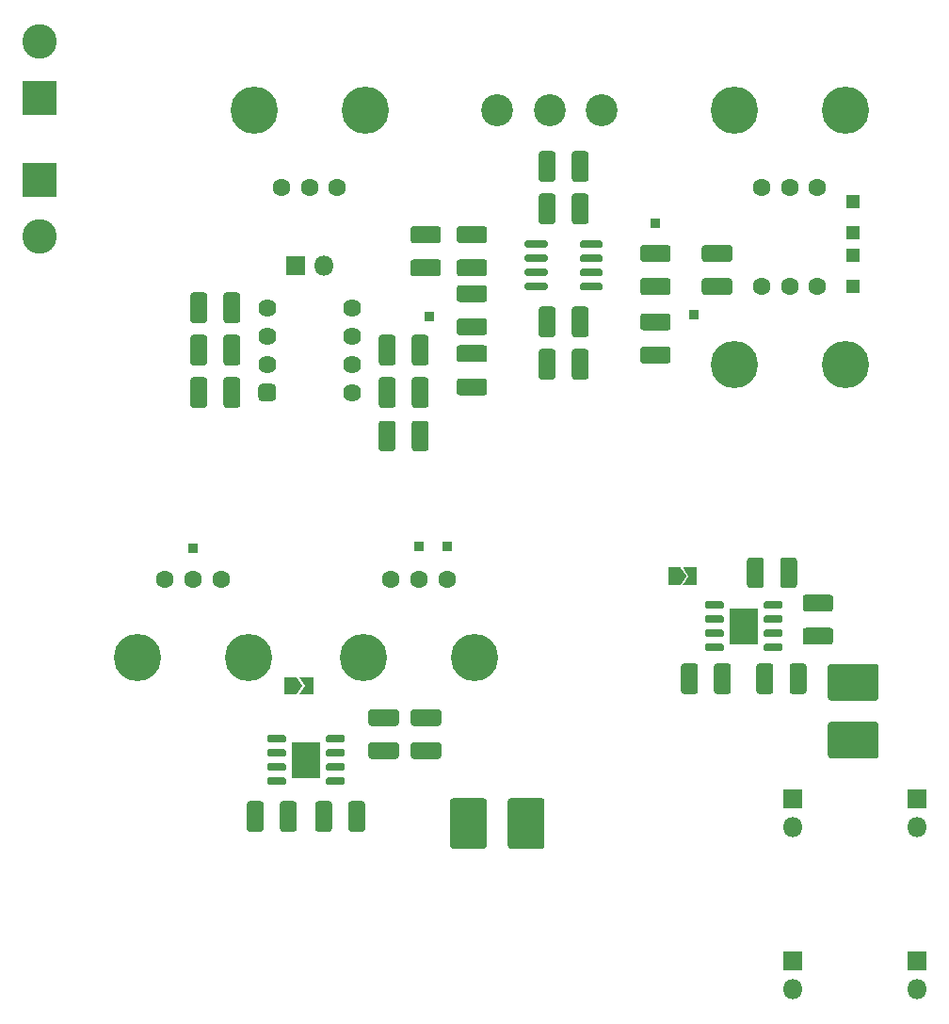
<source format=gts>
%TF.GenerationSoftware,KiCad,Pcbnew,(5.1.6)-1*%
%TF.CreationDate,2021-04-21T19:08:55-07:00*%
%TF.ProjectId,oscillator,6f736369-6c6c-4617-946f-722e6b696361,rev?*%
%TF.SameCoordinates,Original*%
%TF.FileFunction,Soldermask,Top*%
%TF.FilePolarity,Negative*%
%FSLAX46Y46*%
G04 Gerber Fmt 4.6, Leading zero omitted, Abs format (unit mm)*
G04 Created by KiCad (PCBNEW (5.1.6)-1) date 2021-04-21 19:08:55*
%MOMM*%
%LPD*%
G01*
G04 APERTURE LIST*
%ADD10R,1.200000X1.200000*%
%ADD11C,3.100000*%
%ADD12R,3.100000X3.100000*%
%ADD13O,1.800000X1.800000*%
%ADD14R,1.800000X1.800000*%
%ADD15C,1.600000*%
%ADD16C,4.249000*%
%ADD17C,1.624000*%
%ADD18C,2.875000*%
%ADD19R,2.614000X3.300000*%
%ADD20C,0.100000*%
%ADD21R,0.950000X0.950000*%
G04 APERTURE END LIST*
%TO.C,C1*%
G36*
G01*
X21027500Y62392544D02*
X21027500Y64607456D01*
G75*
G02*
X21295044Y64875000I267544J0D01*
G01*
X22284956Y64875000D01*
G75*
G02*
X22552500Y64607456I0J-267544D01*
G01*
X22552500Y62392544D01*
G75*
G02*
X22284956Y62125000I-267544J0D01*
G01*
X21295044Y62125000D01*
G75*
G02*
X21027500Y62392544I0J267544D01*
G01*
G37*
G36*
G01*
X24002500Y62392544D02*
X24002500Y64607456D01*
G75*
G02*
X24270044Y64875000I267544J0D01*
G01*
X25259956Y64875000D01*
G75*
G02*
X25527500Y64607456I0J-267544D01*
G01*
X25527500Y62392544D01*
G75*
G02*
X25259956Y62125000I-267544J0D01*
G01*
X24270044Y62125000D01*
G75*
G02*
X24002500Y62392544I0J267544D01*
G01*
G37*
%TD*%
%TO.C,C2*%
G36*
G01*
X24002500Y66202544D02*
X24002500Y68417456D01*
G75*
G02*
X24270044Y68685000I267544J0D01*
G01*
X25259956Y68685000D01*
G75*
G02*
X25527500Y68417456I0J-267544D01*
G01*
X25527500Y66202544D01*
G75*
G02*
X25259956Y65935000I-267544J0D01*
G01*
X24270044Y65935000D01*
G75*
G02*
X24002500Y66202544I0J267544D01*
G01*
G37*
G36*
G01*
X21027500Y66202544D02*
X21027500Y68417456D01*
G75*
G02*
X21295044Y68685000I267544J0D01*
G01*
X22284956Y68685000D01*
G75*
G02*
X22552500Y68417456I0J-267544D01*
G01*
X22552500Y66202544D01*
G75*
G02*
X22284956Y65935000I-267544J0D01*
G01*
X21295044Y65935000D01*
G75*
G02*
X21027500Y66202544I0J267544D01*
G01*
G37*
%TD*%
%TO.C,C3*%
G36*
G01*
X56860000Y84927456D02*
X56860000Y82712544D01*
G75*
G02*
X56592456Y82445000I-267544J0D01*
G01*
X55602544Y82445000D01*
G75*
G02*
X55335000Y82712544I0J267544D01*
G01*
X55335000Y84927456D01*
G75*
G02*
X55602544Y85195000I267544J0D01*
G01*
X56592456Y85195000D01*
G75*
G02*
X56860000Y84927456I0J-267544D01*
G01*
G37*
G36*
G01*
X53885000Y84927456D02*
X53885000Y82712544D01*
G75*
G02*
X53617456Y82445000I-267544J0D01*
G01*
X52627544Y82445000D01*
G75*
G02*
X52360000Y82712544I0J267544D01*
G01*
X52360000Y84927456D01*
G75*
G02*
X52627544Y85195000I267544J0D01*
G01*
X53617456Y85195000D01*
G75*
G02*
X53885000Y84927456I0J-267544D01*
G01*
G37*
%TD*%
%TO.C,C4*%
G36*
G01*
X56860000Y67147456D02*
X56860000Y64932544D01*
G75*
G02*
X56592456Y64665000I-267544J0D01*
G01*
X55602544Y64665000D01*
G75*
G02*
X55335000Y64932544I0J267544D01*
G01*
X55335000Y67147456D01*
G75*
G02*
X55602544Y67415000I267544J0D01*
G01*
X56592456Y67415000D01*
G75*
G02*
X56860000Y67147456I0J-267544D01*
G01*
G37*
G36*
G01*
X53885000Y67147456D02*
X53885000Y64932544D01*
G75*
G02*
X53617456Y64665000I-267544J0D01*
G01*
X52627544Y64665000D01*
G75*
G02*
X52360000Y64932544I0J267544D01*
G01*
X52360000Y67147456D01*
G75*
G02*
X52627544Y67415000I267544J0D01*
G01*
X53617456Y67415000D01*
G75*
G02*
X53885000Y67147456I0J-267544D01*
G01*
G37*
%TD*%
%TO.C,C5*%
G36*
G01*
X21027500Y70012544D02*
X21027500Y72227456D01*
G75*
G02*
X21295044Y72495000I267544J0D01*
G01*
X22284956Y72495000D01*
G75*
G02*
X22552500Y72227456I0J-267544D01*
G01*
X22552500Y70012544D01*
G75*
G02*
X22284956Y69745000I-267544J0D01*
G01*
X21295044Y69745000D01*
G75*
G02*
X21027500Y70012544I0J267544D01*
G01*
G37*
G36*
G01*
X24002500Y70012544D02*
X24002500Y72227456D01*
G75*
G02*
X24270044Y72495000I267544J0D01*
G01*
X25259956Y72495000D01*
G75*
G02*
X25527500Y72227456I0J-267544D01*
G01*
X25527500Y70012544D01*
G75*
G02*
X25259956Y69745000I-267544J0D01*
G01*
X24270044Y69745000D01*
G75*
G02*
X24002500Y70012544I0J267544D01*
G01*
G37*
%TD*%
%TO.C,C6*%
G36*
G01*
X72617500Y48414956D02*
X72617500Y46200044D01*
G75*
G02*
X72349956Y45932500I-267544J0D01*
G01*
X71360044Y45932500D01*
G75*
G02*
X71092500Y46200044I0J267544D01*
G01*
X71092500Y48414956D01*
G75*
G02*
X71360044Y48682500I267544J0D01*
G01*
X72349956Y48682500D01*
G75*
G02*
X72617500Y48414956I0J-267544D01*
G01*
G37*
G36*
G01*
X75592500Y48414956D02*
X75592500Y46200044D01*
G75*
G02*
X75324956Y45932500I-267544J0D01*
G01*
X74335044Y45932500D01*
G75*
G02*
X74067500Y46200044I0J267544D01*
G01*
X74067500Y48414956D01*
G75*
G02*
X74335044Y48682500I267544J0D01*
G01*
X75324956Y48682500D01*
G75*
G02*
X75592500Y48414956I0J-267544D01*
G01*
G37*
%TD*%
%TO.C,C7*%
G36*
G01*
X68135000Y36675044D02*
X68135000Y38889956D01*
G75*
G02*
X68402544Y39157500I267544J0D01*
G01*
X69392456Y39157500D01*
G75*
G02*
X69660000Y38889956I0J-267544D01*
G01*
X69660000Y36675044D01*
G75*
G02*
X69392456Y36407500I-267544J0D01*
G01*
X68402544Y36407500D01*
G75*
G02*
X68135000Y36675044I0J267544D01*
G01*
G37*
G36*
G01*
X65160000Y36675044D02*
X65160000Y38889956D01*
G75*
G02*
X65427544Y39157500I267544J0D01*
G01*
X66417456Y39157500D01*
G75*
G02*
X66685000Y38889956I0J-267544D01*
G01*
X66685000Y36675044D01*
G75*
G02*
X66417456Y36407500I-267544J0D01*
G01*
X65427544Y36407500D01*
G75*
G02*
X65160000Y36675044I0J267544D01*
G01*
G37*
%TD*%
%TO.C,C8*%
G36*
G01*
X39497500Y64607456D02*
X39497500Y62392544D01*
G75*
G02*
X39229956Y62125000I-267544J0D01*
G01*
X38240044Y62125000D01*
G75*
G02*
X37972500Y62392544I0J267544D01*
G01*
X37972500Y64607456D01*
G75*
G02*
X38240044Y64875000I267544J0D01*
G01*
X39229956Y64875000D01*
G75*
G02*
X39497500Y64607456I0J-267544D01*
G01*
G37*
G36*
G01*
X42472500Y64607456D02*
X42472500Y62392544D01*
G75*
G02*
X42204956Y62125000I-267544J0D01*
G01*
X41215044Y62125000D01*
G75*
G02*
X40947500Y62392544I0J267544D01*
G01*
X40947500Y64607456D01*
G75*
G02*
X41215044Y64875000I267544J0D01*
G01*
X42204956Y64875000D01*
G75*
G02*
X42472500Y64607456I0J-267544D01*
G01*
G37*
%TD*%
%TO.C,C9*%
G36*
G01*
X42472500Y68417456D02*
X42472500Y66202544D01*
G75*
G02*
X42204956Y65935000I-267544J0D01*
G01*
X41215044Y65935000D01*
G75*
G02*
X40947500Y66202544I0J267544D01*
G01*
X40947500Y68417456D01*
G75*
G02*
X41215044Y68685000I267544J0D01*
G01*
X42204956Y68685000D01*
G75*
G02*
X42472500Y68417456I0J-267544D01*
G01*
G37*
G36*
G01*
X39497500Y68417456D02*
X39497500Y66202544D01*
G75*
G02*
X39229956Y65935000I-267544J0D01*
G01*
X38240044Y65935000D01*
G75*
G02*
X37972500Y66202544I0J267544D01*
G01*
X37972500Y68417456D01*
G75*
G02*
X38240044Y68685000I267544J0D01*
G01*
X39229956Y68685000D01*
G75*
G02*
X39497500Y68417456I0J-267544D01*
G01*
G37*
%TD*%
%TO.C,C10*%
G36*
G01*
X43334956Y30552500D02*
X41120044Y30552500D01*
G75*
G02*
X40852500Y30820044I0J267544D01*
G01*
X40852500Y31809956D01*
G75*
G02*
X41120044Y32077500I267544J0D01*
G01*
X43334956Y32077500D01*
G75*
G02*
X43602500Y31809956I0J-267544D01*
G01*
X43602500Y30820044D01*
G75*
G02*
X43334956Y30552500I-267544J0D01*
G01*
G37*
G36*
G01*
X43334956Y33527500D02*
X41120044Y33527500D01*
G75*
G02*
X40852500Y33795044I0J267544D01*
G01*
X40852500Y34784956D01*
G75*
G02*
X41120044Y35052500I267544J0D01*
G01*
X43334956Y35052500D01*
G75*
G02*
X43602500Y34784956I0J-267544D01*
G01*
X43602500Y33795044D01*
G75*
G02*
X43334956Y33527500I-267544J0D01*
G01*
G37*
%TD*%
%TO.C,C11*%
G36*
G01*
X36757500Y26507456D02*
X36757500Y24292544D01*
G75*
G02*
X36489956Y24025000I-267544J0D01*
G01*
X35500044Y24025000D01*
G75*
G02*
X35232500Y24292544I0J267544D01*
G01*
X35232500Y26507456D01*
G75*
G02*
X35500044Y26775000I267544J0D01*
G01*
X36489956Y26775000D01*
G75*
G02*
X36757500Y26507456I0J-267544D01*
G01*
G37*
G36*
G01*
X33782500Y26507456D02*
X33782500Y24292544D01*
G75*
G02*
X33514956Y24025000I-267544J0D01*
G01*
X32525044Y24025000D01*
G75*
G02*
X32257500Y24292544I0J267544D01*
G01*
X32257500Y26507456D01*
G75*
G02*
X32525044Y26775000I267544J0D01*
G01*
X33514956Y26775000D01*
G75*
G02*
X33782500Y26507456I0J-267544D01*
G01*
G37*
%TD*%
%TO.C,C12*%
G36*
G01*
X56860000Y81117456D02*
X56860000Y78902544D01*
G75*
G02*
X56592456Y78635000I-267544J0D01*
G01*
X55602544Y78635000D01*
G75*
G02*
X55335000Y78902544I0J267544D01*
G01*
X55335000Y81117456D01*
G75*
G02*
X55602544Y81385000I267544J0D01*
G01*
X56592456Y81385000D01*
G75*
G02*
X56860000Y81117456I0J-267544D01*
G01*
G37*
G36*
G01*
X53885000Y81117456D02*
X53885000Y78902544D01*
G75*
G02*
X53617456Y78635000I-267544J0D01*
G01*
X52627544Y78635000D01*
G75*
G02*
X52360000Y78902544I0J267544D01*
G01*
X52360000Y81117456D01*
G75*
G02*
X52627544Y81385000I267544J0D01*
G01*
X53617456Y81385000D01*
G75*
G02*
X53885000Y81117456I0J-267544D01*
G01*
G37*
%TD*%
%TO.C,C13*%
G36*
G01*
X56860000Y70957456D02*
X56860000Y68742544D01*
G75*
G02*
X56592456Y68475000I-267544J0D01*
G01*
X55602544Y68475000D01*
G75*
G02*
X55335000Y68742544I0J267544D01*
G01*
X55335000Y70957456D01*
G75*
G02*
X55602544Y71225000I267544J0D01*
G01*
X56592456Y71225000D01*
G75*
G02*
X56860000Y70957456I0J-267544D01*
G01*
G37*
G36*
G01*
X53885000Y70957456D02*
X53885000Y68742544D01*
G75*
G02*
X53617456Y68475000I-267544J0D01*
G01*
X52627544Y68475000D01*
G75*
G02*
X52360000Y68742544I0J267544D01*
G01*
X52360000Y70957456D01*
G75*
G02*
X52627544Y71225000I267544J0D01*
G01*
X53617456Y71225000D01*
G75*
G02*
X53885000Y70957456I0J-267544D01*
G01*
G37*
%TD*%
%TO.C,C14*%
G36*
G01*
X76362544Y42355000D02*
X78577456Y42355000D01*
G75*
G02*
X78845000Y42087456I0J-267544D01*
G01*
X78845000Y41097544D01*
G75*
G02*
X78577456Y40830000I-267544J0D01*
G01*
X76362544Y40830000D01*
G75*
G02*
X76095000Y41097544I0J267544D01*
G01*
X76095000Y42087456D01*
G75*
G02*
X76362544Y42355000I267544J0D01*
G01*
G37*
G36*
G01*
X76362544Y45330000D02*
X78577456Y45330000D01*
G75*
G02*
X78845000Y45062456I0J-267544D01*
G01*
X78845000Y44072544D01*
G75*
G02*
X78577456Y43805000I-267544J0D01*
G01*
X76362544Y43805000D01*
G75*
G02*
X76095000Y44072544I0J267544D01*
G01*
X76095000Y45062456D01*
G75*
G02*
X76362544Y45330000I267544J0D01*
G01*
G37*
%TD*%
%TO.C,C15*%
G36*
G01*
X73470000Y38889956D02*
X73470000Y36675044D01*
G75*
G02*
X73202456Y36407500I-267544J0D01*
G01*
X72212544Y36407500D01*
G75*
G02*
X71945000Y36675044I0J267544D01*
G01*
X71945000Y38889956D01*
G75*
G02*
X72212544Y39157500I267544J0D01*
G01*
X73202456Y39157500D01*
G75*
G02*
X73470000Y38889956I0J-267544D01*
G01*
G37*
G36*
G01*
X76445000Y38889956D02*
X76445000Y36675044D01*
G75*
G02*
X76177456Y36407500I-267544J0D01*
G01*
X75187544Y36407500D01*
G75*
G02*
X74920000Y36675044I0J267544D01*
G01*
X74920000Y38889956D01*
G75*
G02*
X75187544Y39157500I267544J0D01*
G01*
X76177456Y39157500D01*
G75*
G02*
X76445000Y38889956I0J-267544D01*
G01*
G37*
%TD*%
%TO.C,C16*%
G36*
G01*
X39524956Y33527500D02*
X37310044Y33527500D01*
G75*
G02*
X37042500Y33795044I0J267544D01*
G01*
X37042500Y34784956D01*
G75*
G02*
X37310044Y35052500I267544J0D01*
G01*
X39524956Y35052500D01*
G75*
G02*
X39792500Y34784956I0J-267544D01*
G01*
X39792500Y33795044D01*
G75*
G02*
X39524956Y33527500I-267544J0D01*
G01*
G37*
G36*
G01*
X39524956Y30552500D02*
X37310044Y30552500D01*
G75*
G02*
X37042500Y30820044I0J267544D01*
G01*
X37042500Y31809956D01*
G75*
G02*
X37310044Y32077500I267544J0D01*
G01*
X39524956Y32077500D01*
G75*
G02*
X39792500Y31809956I0J-267544D01*
G01*
X39792500Y30820044D01*
G75*
G02*
X39524956Y30552500I-267544J0D01*
G01*
G37*
%TD*%
%TO.C,C17*%
G36*
G01*
X29082500Y24292544D02*
X29082500Y26507456D01*
G75*
G02*
X29350044Y26775000I267544J0D01*
G01*
X30339956Y26775000D01*
G75*
G02*
X30607500Y26507456I0J-267544D01*
G01*
X30607500Y24292544D01*
G75*
G02*
X30339956Y24025000I-267544J0D01*
G01*
X29350044Y24025000D01*
G75*
G02*
X29082500Y24292544I0J267544D01*
G01*
G37*
G36*
G01*
X26107500Y24292544D02*
X26107500Y26507456D01*
G75*
G02*
X26375044Y26775000I267544J0D01*
G01*
X27364956Y26775000D01*
G75*
G02*
X27632500Y26507456I0J-267544D01*
G01*
X27632500Y24292544D01*
G75*
G02*
X27364956Y24025000I-267544J0D01*
G01*
X26375044Y24025000D01*
G75*
G02*
X26107500Y24292544I0J267544D01*
G01*
G37*
%TD*%
D10*
%TO.C,D1*%
X80645000Y73022000D03*
X80645000Y75822000D03*
%TD*%
%TO.C,D2*%
X80645000Y80648000D03*
X80645000Y77848000D03*
%TD*%
D11*
%TO.C,J1*%
X7500000Y95080000D03*
D12*
X7500000Y90000000D03*
%TD*%
%TO.C,J2*%
X7500000Y82580000D03*
D11*
X7500000Y77500000D03*
%TD*%
D13*
%TO.C,J3*%
X33020000Y74930000D03*
D14*
X30480000Y74930000D03*
%TD*%
%TO.C,J4*%
X86360000Y12382500D03*
D13*
X86360000Y9842500D03*
%TD*%
%TO.C,J5*%
X75247500Y24447500D03*
D14*
X75247500Y26987500D03*
%TD*%
%TO.C,J6*%
X75247500Y12382500D03*
D13*
X75247500Y9842500D03*
%TD*%
D14*
%TO.C,J7*%
X86360000Y26987500D03*
D13*
X86360000Y24447500D03*
%TD*%
%TO.C,R1*%
G36*
G01*
X69507456Y75237500D02*
X67292544Y75237500D01*
G75*
G02*
X67025000Y75505044I0J267544D01*
G01*
X67025000Y76494956D01*
G75*
G02*
X67292544Y76762500I267544J0D01*
G01*
X69507456Y76762500D01*
G75*
G02*
X69775000Y76494956I0J-267544D01*
G01*
X69775000Y75505044D01*
G75*
G02*
X69507456Y75237500I-267544J0D01*
G01*
G37*
G36*
G01*
X69507456Y72262500D02*
X67292544Y72262500D01*
G75*
G02*
X67025000Y72530044I0J267544D01*
G01*
X67025000Y73519956D01*
G75*
G02*
X67292544Y73787500I267544J0D01*
G01*
X69507456Y73787500D01*
G75*
G02*
X69775000Y73519956I0J-267544D01*
G01*
X69775000Y72530044D01*
G75*
G02*
X69507456Y72262500I-267544J0D01*
G01*
G37*
%TD*%
%TO.C,R2*%
G36*
G01*
X61757544Y70612500D02*
X63972456Y70612500D01*
G75*
G02*
X64240000Y70344956I0J-267544D01*
G01*
X64240000Y69355044D01*
G75*
G02*
X63972456Y69087500I-267544J0D01*
G01*
X61757544Y69087500D01*
G75*
G02*
X61490000Y69355044I0J267544D01*
G01*
X61490000Y70344956D01*
G75*
G02*
X61757544Y70612500I267544J0D01*
G01*
G37*
G36*
G01*
X61757544Y67637500D02*
X63972456Y67637500D01*
G75*
G02*
X64240000Y67369956I0J-267544D01*
G01*
X64240000Y66380044D01*
G75*
G02*
X63972456Y66112500I-267544J0D01*
G01*
X61757544Y66112500D01*
G75*
G02*
X61490000Y66380044I0J267544D01*
G01*
X61490000Y67369956D01*
G75*
G02*
X61757544Y67637500I267544J0D01*
G01*
G37*
%TD*%
%TO.C,R3*%
G36*
G01*
X43307456Y76925000D02*
X41092544Y76925000D01*
G75*
G02*
X40825000Y77192544I0J267544D01*
G01*
X40825000Y78182456D01*
G75*
G02*
X41092544Y78450000I267544J0D01*
G01*
X43307456Y78450000D01*
G75*
G02*
X43575000Y78182456I0J-267544D01*
G01*
X43575000Y77192544D01*
G75*
G02*
X43307456Y76925000I-267544J0D01*
G01*
G37*
G36*
G01*
X43307456Y73950000D02*
X41092544Y73950000D01*
G75*
G02*
X40825000Y74217544I0J267544D01*
G01*
X40825000Y75207456D01*
G75*
G02*
X41092544Y75475000I267544J0D01*
G01*
X43307456Y75475000D01*
G75*
G02*
X43575000Y75207456I0J-267544D01*
G01*
X43575000Y74217544D01*
G75*
G02*
X43307456Y73950000I-267544J0D01*
G01*
G37*
%TD*%
%TO.C,R4*%
G36*
G01*
X61757544Y73787500D02*
X63972456Y73787500D01*
G75*
G02*
X64240000Y73519956I0J-267544D01*
G01*
X64240000Y72530044D01*
G75*
G02*
X63972456Y72262500I-267544J0D01*
G01*
X61757544Y72262500D01*
G75*
G02*
X61490000Y72530044I0J267544D01*
G01*
X61490000Y73519956D01*
G75*
G02*
X61757544Y73787500I267544J0D01*
G01*
G37*
G36*
G01*
X61757544Y76762500D02*
X63972456Y76762500D01*
G75*
G02*
X64240000Y76494956I0J-267544D01*
G01*
X64240000Y75505044D01*
G75*
G02*
X63972456Y75237500I-267544J0D01*
G01*
X61757544Y75237500D01*
G75*
G02*
X61490000Y75505044I0J267544D01*
G01*
X61490000Y76494956D01*
G75*
G02*
X61757544Y76762500I267544J0D01*
G01*
G37*
%TD*%
%TO.C,R5*%
G36*
G01*
X42462500Y60707456D02*
X42462500Y58492544D01*
G75*
G02*
X42194956Y58225000I-267544J0D01*
G01*
X41205044Y58225000D01*
G75*
G02*
X40937500Y58492544I0J267544D01*
G01*
X40937500Y60707456D01*
G75*
G02*
X41205044Y60975000I267544J0D01*
G01*
X42194956Y60975000D01*
G75*
G02*
X42462500Y60707456I0J-267544D01*
G01*
G37*
G36*
G01*
X39487500Y60707456D02*
X39487500Y58492544D01*
G75*
G02*
X39219956Y58225000I-267544J0D01*
G01*
X38230044Y58225000D01*
G75*
G02*
X37962500Y58492544I0J267544D01*
G01*
X37962500Y60707456D01*
G75*
G02*
X38230044Y60975000I267544J0D01*
G01*
X39219956Y60975000D01*
G75*
G02*
X39487500Y60707456I0J-267544D01*
G01*
G37*
%TD*%
%TO.C,R6*%
G36*
G01*
X45247544Y67755000D02*
X47462456Y67755000D01*
G75*
G02*
X47730000Y67487456I0J-267544D01*
G01*
X47730000Y66497544D01*
G75*
G02*
X47462456Y66230000I-267544J0D01*
G01*
X45247544Y66230000D01*
G75*
G02*
X44980000Y66497544I0J267544D01*
G01*
X44980000Y67487456D01*
G75*
G02*
X45247544Y67755000I267544J0D01*
G01*
G37*
G36*
G01*
X45247544Y64780000D02*
X47462456Y64780000D01*
G75*
G02*
X47730000Y64512456I0J-267544D01*
G01*
X47730000Y63522544D01*
G75*
G02*
X47462456Y63255000I-267544J0D01*
G01*
X45247544Y63255000D01*
G75*
G02*
X44980000Y63522544I0J267544D01*
G01*
X44980000Y64512456D01*
G75*
G02*
X45247544Y64780000I267544J0D01*
G01*
G37*
%TD*%
%TO.C,R7*%
G36*
G01*
X45247544Y70177500D02*
X47462456Y70177500D01*
G75*
G02*
X47730000Y69909956I0J-267544D01*
G01*
X47730000Y68920044D01*
G75*
G02*
X47462456Y68652500I-267544J0D01*
G01*
X45247544Y68652500D01*
G75*
G02*
X44980000Y68920044I0J267544D01*
G01*
X44980000Y69909956D01*
G75*
G02*
X45247544Y70177500I267544J0D01*
G01*
G37*
G36*
G01*
X45247544Y73152500D02*
X47462456Y73152500D01*
G75*
G02*
X47730000Y72884956I0J-267544D01*
G01*
X47730000Y71895044D01*
G75*
G02*
X47462456Y71627500I-267544J0D01*
G01*
X45247544Y71627500D01*
G75*
G02*
X44980000Y71895044I0J267544D01*
G01*
X44980000Y72884956D01*
G75*
G02*
X45247544Y73152500I267544J0D01*
G01*
G37*
%TD*%
%TO.C,R8*%
G36*
G01*
X47687500Y26782188D02*
X47687500Y22747812D01*
G75*
G02*
X47429688Y22490000I-257812J0D01*
G01*
X44645312Y22490000D01*
G75*
G02*
X44387500Y22747812I0J257812D01*
G01*
X44387500Y26782188D01*
G75*
G02*
X44645312Y27040000I257812J0D01*
G01*
X47429688Y27040000D01*
G75*
G02*
X47687500Y26782188I0J-257812D01*
G01*
G37*
G36*
G01*
X52887500Y26782188D02*
X52887500Y22747812D01*
G75*
G02*
X52629688Y22490000I-257812J0D01*
G01*
X49845312Y22490000D01*
G75*
G02*
X49587500Y22747812I0J257812D01*
G01*
X49587500Y26782188D01*
G75*
G02*
X49845312Y27040000I257812J0D01*
G01*
X52629688Y27040000D01*
G75*
G02*
X52887500Y26782188I0J-257812D01*
G01*
G37*
%TD*%
%TO.C,R9*%
G36*
G01*
X45247544Y78450000D02*
X47462456Y78450000D01*
G75*
G02*
X47730000Y78182456I0J-267544D01*
G01*
X47730000Y77192544D01*
G75*
G02*
X47462456Y76925000I-267544J0D01*
G01*
X45247544Y76925000D01*
G75*
G02*
X44980000Y77192544I0J267544D01*
G01*
X44980000Y78182456D01*
G75*
G02*
X45247544Y78450000I267544J0D01*
G01*
G37*
G36*
G01*
X45247544Y75475000D02*
X47462456Y75475000D01*
G75*
G02*
X47730000Y75207456I0J-267544D01*
G01*
X47730000Y74217544D01*
G75*
G02*
X47462456Y73950000I-267544J0D01*
G01*
X45247544Y73950000D01*
G75*
G02*
X44980000Y74217544I0J267544D01*
G01*
X44980000Y75207456D01*
G75*
G02*
X45247544Y75475000I267544J0D01*
G01*
G37*
%TD*%
%TO.C,R10*%
G36*
G01*
X82662188Y30615000D02*
X78627812Y30615000D01*
G75*
G02*
X78370000Y30872812I0J257812D01*
G01*
X78370000Y33657188D01*
G75*
G02*
X78627812Y33915000I257812J0D01*
G01*
X82662188Y33915000D01*
G75*
G02*
X82920000Y33657188I0J-257812D01*
G01*
X82920000Y30872812D01*
G75*
G02*
X82662188Y30615000I-257812J0D01*
G01*
G37*
G36*
G01*
X82662188Y35815000D02*
X78627812Y35815000D01*
G75*
G02*
X78370000Y36072812I0J257812D01*
G01*
X78370000Y38857188D01*
G75*
G02*
X78627812Y39115000I257812J0D01*
G01*
X82662188Y39115000D01*
G75*
G02*
X82920000Y38857188I0J-257812D01*
G01*
X82920000Y36072812D01*
G75*
G02*
X82662188Y35815000I-257812J0D01*
G01*
G37*
%TD*%
D15*
%TO.C,RV1*%
X34250000Y81900000D03*
X31750000Y81900000D03*
X29250000Y81900000D03*
D16*
X36750000Y88900000D03*
X26750000Y88900000D03*
%TD*%
D15*
%TO.C,RV2*%
X72430000Y73040000D03*
X74930000Y73040000D03*
X77430000Y73040000D03*
D16*
X69930000Y66040000D03*
X79930000Y66040000D03*
%TD*%
%TO.C,RV3*%
X69930000Y88900000D03*
X79930000Y88900000D03*
D15*
X72430000Y81900000D03*
X74930000Y81900000D03*
X77430000Y81900000D03*
%TD*%
D16*
%TO.C,RV4*%
X26272500Y39687500D03*
X16272500Y39687500D03*
D15*
X23772500Y46687500D03*
X21272500Y46687500D03*
X18772500Y46687500D03*
%TD*%
%TO.C,RV5*%
X39092500Y46687500D03*
X41592500Y46687500D03*
X44092500Y46687500D03*
D16*
X36592500Y39687500D03*
X46592500Y39687500D03*
%TD*%
%TO.C,SW1*%
G36*
G01*
X27128000Y63094000D02*
X27128000Y63906000D01*
G75*
G02*
X27534000Y64312000I406000J0D01*
G01*
X28346000Y64312000D01*
G75*
G02*
X28752000Y63906000I0J-406000D01*
G01*
X28752000Y63094000D01*
G75*
G02*
X28346000Y62688000I-406000J0D01*
G01*
X27534000Y62688000D01*
G75*
G02*
X27128000Y63094000I0J406000D01*
G01*
G37*
D17*
X27940000Y68580000D03*
X27940000Y71120000D03*
X35560000Y63500000D03*
X35560000Y66040000D03*
X35560000Y71120000D03*
X27940000Y66040000D03*
X35560000Y68580000D03*
%TD*%
D18*
%TO.C,SW2*%
X48640000Y88900000D03*
X53340000Y88900000D03*
X58040000Y88900000D03*
%TD*%
%TO.C,U1*%
G36*
G01*
X51110000Y76660000D02*
X51110000Y77010000D01*
G75*
G02*
X51285000Y77185000I175000J0D01*
G01*
X52985000Y77185000D01*
G75*
G02*
X53160000Y77010000I0J-175000D01*
G01*
X53160000Y76660000D01*
G75*
G02*
X52985000Y76485000I-175000J0D01*
G01*
X51285000Y76485000D01*
G75*
G02*
X51110000Y76660000I0J175000D01*
G01*
G37*
G36*
G01*
X51110000Y75390000D02*
X51110000Y75740000D01*
G75*
G02*
X51285000Y75915000I175000J0D01*
G01*
X52985000Y75915000D01*
G75*
G02*
X53160000Y75740000I0J-175000D01*
G01*
X53160000Y75390000D01*
G75*
G02*
X52985000Y75215000I-175000J0D01*
G01*
X51285000Y75215000D01*
G75*
G02*
X51110000Y75390000I0J175000D01*
G01*
G37*
G36*
G01*
X51110000Y74120000D02*
X51110000Y74470000D01*
G75*
G02*
X51285000Y74645000I175000J0D01*
G01*
X52985000Y74645000D01*
G75*
G02*
X53160000Y74470000I0J-175000D01*
G01*
X53160000Y74120000D01*
G75*
G02*
X52985000Y73945000I-175000J0D01*
G01*
X51285000Y73945000D01*
G75*
G02*
X51110000Y74120000I0J175000D01*
G01*
G37*
G36*
G01*
X51110000Y72850000D02*
X51110000Y73200000D01*
G75*
G02*
X51285000Y73375000I175000J0D01*
G01*
X52985000Y73375000D01*
G75*
G02*
X53160000Y73200000I0J-175000D01*
G01*
X53160000Y72850000D01*
G75*
G02*
X52985000Y72675000I-175000J0D01*
G01*
X51285000Y72675000D01*
G75*
G02*
X51110000Y72850000I0J175000D01*
G01*
G37*
G36*
G01*
X56060000Y72850000D02*
X56060000Y73200000D01*
G75*
G02*
X56235000Y73375000I175000J0D01*
G01*
X57935000Y73375000D01*
G75*
G02*
X58110000Y73200000I0J-175000D01*
G01*
X58110000Y72850000D01*
G75*
G02*
X57935000Y72675000I-175000J0D01*
G01*
X56235000Y72675000D01*
G75*
G02*
X56060000Y72850000I0J175000D01*
G01*
G37*
G36*
G01*
X56060000Y74120000D02*
X56060000Y74470000D01*
G75*
G02*
X56235000Y74645000I175000J0D01*
G01*
X57935000Y74645000D01*
G75*
G02*
X58110000Y74470000I0J-175000D01*
G01*
X58110000Y74120000D01*
G75*
G02*
X57935000Y73945000I-175000J0D01*
G01*
X56235000Y73945000D01*
G75*
G02*
X56060000Y74120000I0J175000D01*
G01*
G37*
G36*
G01*
X56060000Y75390000D02*
X56060000Y75740000D01*
G75*
G02*
X56235000Y75915000I175000J0D01*
G01*
X57935000Y75915000D01*
G75*
G02*
X58110000Y75740000I0J-175000D01*
G01*
X58110000Y75390000D01*
G75*
G02*
X57935000Y75215000I-175000J0D01*
G01*
X56235000Y75215000D01*
G75*
G02*
X56060000Y75390000I0J175000D01*
G01*
G37*
G36*
G01*
X56060000Y76660000D02*
X56060000Y77010000D01*
G75*
G02*
X56235000Y77185000I175000J0D01*
G01*
X57935000Y77185000D01*
G75*
G02*
X58110000Y77010000I0J-175000D01*
G01*
X58110000Y76660000D01*
G75*
G02*
X57935000Y76485000I-175000J0D01*
G01*
X56235000Y76485000D01*
G75*
G02*
X56060000Y76660000I0J175000D01*
G01*
G37*
%TD*%
D19*
%TO.C,U2*%
X31432500Y30480000D03*
G36*
G01*
X33207500Y32210000D02*
X33207500Y32560000D01*
G75*
G02*
X33382500Y32735000I175000J0D01*
G01*
X34757500Y32735000D01*
G75*
G02*
X34932500Y32560000I0J-175000D01*
G01*
X34932500Y32210000D01*
G75*
G02*
X34757500Y32035000I-175000J0D01*
G01*
X33382500Y32035000D01*
G75*
G02*
X33207500Y32210000I0J175000D01*
G01*
G37*
G36*
G01*
X33207500Y30940000D02*
X33207500Y31290000D01*
G75*
G02*
X33382500Y31465000I175000J0D01*
G01*
X34757500Y31465000D01*
G75*
G02*
X34932500Y31290000I0J-175000D01*
G01*
X34932500Y30940000D01*
G75*
G02*
X34757500Y30765000I-175000J0D01*
G01*
X33382500Y30765000D01*
G75*
G02*
X33207500Y30940000I0J175000D01*
G01*
G37*
G36*
G01*
X33207500Y29670000D02*
X33207500Y30020000D01*
G75*
G02*
X33382500Y30195000I175000J0D01*
G01*
X34757500Y30195000D01*
G75*
G02*
X34932500Y30020000I0J-175000D01*
G01*
X34932500Y29670000D01*
G75*
G02*
X34757500Y29495000I-175000J0D01*
G01*
X33382500Y29495000D01*
G75*
G02*
X33207500Y29670000I0J175000D01*
G01*
G37*
G36*
G01*
X33207500Y28400000D02*
X33207500Y28750000D01*
G75*
G02*
X33382500Y28925000I175000J0D01*
G01*
X34757500Y28925000D01*
G75*
G02*
X34932500Y28750000I0J-175000D01*
G01*
X34932500Y28400000D01*
G75*
G02*
X34757500Y28225000I-175000J0D01*
G01*
X33382500Y28225000D01*
G75*
G02*
X33207500Y28400000I0J175000D01*
G01*
G37*
G36*
G01*
X27932500Y28400000D02*
X27932500Y28750000D01*
G75*
G02*
X28107500Y28925000I175000J0D01*
G01*
X29482500Y28925000D01*
G75*
G02*
X29657500Y28750000I0J-175000D01*
G01*
X29657500Y28400000D01*
G75*
G02*
X29482500Y28225000I-175000J0D01*
G01*
X28107500Y28225000D01*
G75*
G02*
X27932500Y28400000I0J175000D01*
G01*
G37*
G36*
G01*
X27932500Y29670000D02*
X27932500Y30020000D01*
G75*
G02*
X28107500Y30195000I175000J0D01*
G01*
X29482500Y30195000D01*
G75*
G02*
X29657500Y30020000I0J-175000D01*
G01*
X29657500Y29670000D01*
G75*
G02*
X29482500Y29495000I-175000J0D01*
G01*
X28107500Y29495000D01*
G75*
G02*
X27932500Y29670000I0J175000D01*
G01*
G37*
G36*
G01*
X27932500Y30940000D02*
X27932500Y31290000D01*
G75*
G02*
X28107500Y31465000I175000J0D01*
G01*
X29482500Y31465000D01*
G75*
G02*
X29657500Y31290000I0J-175000D01*
G01*
X29657500Y30940000D01*
G75*
G02*
X29482500Y30765000I-175000J0D01*
G01*
X28107500Y30765000D01*
G75*
G02*
X27932500Y30940000I0J175000D01*
G01*
G37*
G36*
G01*
X27932500Y32210000D02*
X27932500Y32560000D01*
G75*
G02*
X28107500Y32735000I175000J0D01*
G01*
X29482500Y32735000D01*
G75*
G02*
X29657500Y32560000I0J-175000D01*
G01*
X29657500Y32210000D01*
G75*
G02*
X29482500Y32035000I-175000J0D01*
G01*
X28107500Y32035000D01*
G75*
G02*
X27932500Y32210000I0J175000D01*
G01*
G37*
%TD*%
%TO.C,U3*%
G36*
G01*
X67300000Y44230000D02*
X67300000Y44580000D01*
G75*
G02*
X67475000Y44755000I175000J0D01*
G01*
X68850000Y44755000D01*
G75*
G02*
X69025000Y44580000I0J-175000D01*
G01*
X69025000Y44230000D01*
G75*
G02*
X68850000Y44055000I-175000J0D01*
G01*
X67475000Y44055000D01*
G75*
G02*
X67300000Y44230000I0J175000D01*
G01*
G37*
G36*
G01*
X67300000Y42960000D02*
X67300000Y43310000D01*
G75*
G02*
X67475000Y43485000I175000J0D01*
G01*
X68850000Y43485000D01*
G75*
G02*
X69025000Y43310000I0J-175000D01*
G01*
X69025000Y42960000D01*
G75*
G02*
X68850000Y42785000I-175000J0D01*
G01*
X67475000Y42785000D01*
G75*
G02*
X67300000Y42960000I0J175000D01*
G01*
G37*
G36*
G01*
X67300000Y41690000D02*
X67300000Y42040000D01*
G75*
G02*
X67475000Y42215000I175000J0D01*
G01*
X68850000Y42215000D01*
G75*
G02*
X69025000Y42040000I0J-175000D01*
G01*
X69025000Y41690000D01*
G75*
G02*
X68850000Y41515000I-175000J0D01*
G01*
X67475000Y41515000D01*
G75*
G02*
X67300000Y41690000I0J175000D01*
G01*
G37*
G36*
G01*
X67300000Y40420000D02*
X67300000Y40770000D01*
G75*
G02*
X67475000Y40945000I175000J0D01*
G01*
X68850000Y40945000D01*
G75*
G02*
X69025000Y40770000I0J-175000D01*
G01*
X69025000Y40420000D01*
G75*
G02*
X68850000Y40245000I-175000J0D01*
G01*
X67475000Y40245000D01*
G75*
G02*
X67300000Y40420000I0J175000D01*
G01*
G37*
G36*
G01*
X72575000Y40420000D02*
X72575000Y40770000D01*
G75*
G02*
X72750000Y40945000I175000J0D01*
G01*
X74125000Y40945000D01*
G75*
G02*
X74300000Y40770000I0J-175000D01*
G01*
X74300000Y40420000D01*
G75*
G02*
X74125000Y40245000I-175000J0D01*
G01*
X72750000Y40245000D01*
G75*
G02*
X72575000Y40420000I0J175000D01*
G01*
G37*
G36*
G01*
X72575000Y41690000D02*
X72575000Y42040000D01*
G75*
G02*
X72750000Y42215000I175000J0D01*
G01*
X74125000Y42215000D01*
G75*
G02*
X74300000Y42040000I0J-175000D01*
G01*
X74300000Y41690000D01*
G75*
G02*
X74125000Y41515000I-175000J0D01*
G01*
X72750000Y41515000D01*
G75*
G02*
X72575000Y41690000I0J175000D01*
G01*
G37*
G36*
G01*
X72575000Y42960000D02*
X72575000Y43310000D01*
G75*
G02*
X72750000Y43485000I175000J0D01*
G01*
X74125000Y43485000D01*
G75*
G02*
X74300000Y43310000I0J-175000D01*
G01*
X74300000Y42960000D01*
G75*
G02*
X74125000Y42785000I-175000J0D01*
G01*
X72750000Y42785000D01*
G75*
G02*
X72575000Y42960000I0J175000D01*
G01*
G37*
G36*
G01*
X72575000Y44230000D02*
X72575000Y44580000D01*
G75*
G02*
X72750000Y44755000I175000J0D01*
G01*
X74125000Y44755000D01*
G75*
G02*
X74300000Y44580000I0J-175000D01*
G01*
X74300000Y44230000D01*
G75*
G02*
X74125000Y44055000I-175000J0D01*
G01*
X72750000Y44055000D01*
G75*
G02*
X72575000Y44230000I0J175000D01*
G01*
G37*
X70800000Y42500000D03*
%TD*%
D20*
%TO.C,NT1*%
G36*
X32032255Y37946539D02*
G01*
X32041634Y37943694D01*
X32050279Y37939073D01*
X32057855Y37932855D01*
X32064073Y37925279D01*
X32068694Y37916634D01*
X32071539Y37907255D01*
X32072500Y37897500D01*
X32072500Y36397500D01*
X32071539Y36387745D01*
X32068694Y36378366D01*
X32064073Y36369721D01*
X32057855Y36362145D01*
X32050279Y36355927D01*
X32041634Y36351306D01*
X32032255Y36348461D01*
X32022500Y36347500D01*
X30872500Y36347500D01*
X30862745Y36348461D01*
X30853366Y36351306D01*
X30844721Y36355927D01*
X30837145Y36362145D01*
X30830927Y36369721D01*
X30826306Y36378366D01*
X30823461Y36387745D01*
X30822500Y36397500D01*
X30823461Y36407255D01*
X30826306Y36416634D01*
X30830897Y36425235D01*
X31312407Y37147500D01*
X30830897Y37869765D01*
X30826286Y37878414D01*
X30823451Y37887797D01*
X30822500Y37897552D01*
X30823471Y37907306D01*
X30826326Y37916682D01*
X30830956Y37925322D01*
X30837182Y37932892D01*
X30844765Y37939103D01*
X30853414Y37943714D01*
X30862797Y37946549D01*
X30872500Y37947500D01*
X32022500Y37947500D01*
X32032255Y37946539D01*
G37*
G36*
X30582255Y37946539D02*
G01*
X30591634Y37943694D01*
X30600279Y37939073D01*
X30607855Y37932855D01*
X30614103Y37925235D01*
X31114103Y37175235D01*
X31118714Y37166586D01*
X31121549Y37157203D01*
X31122500Y37147448D01*
X31121529Y37137694D01*
X31118674Y37128318D01*
X31114103Y37119765D01*
X30614103Y36369765D01*
X30607892Y36362182D01*
X30600322Y36355956D01*
X30591682Y36351326D01*
X30582306Y36348471D01*
X30572500Y36347500D01*
X29572500Y36347500D01*
X29562745Y36348461D01*
X29553366Y36351306D01*
X29544721Y36355927D01*
X29537145Y36362145D01*
X29530927Y36369721D01*
X29526306Y36378366D01*
X29523461Y36387745D01*
X29522500Y36397500D01*
X29522500Y37897500D01*
X29523461Y37907255D01*
X29526306Y37916634D01*
X29530927Y37925279D01*
X29537145Y37932855D01*
X29544721Y37939073D01*
X29553366Y37943694D01*
X29562745Y37946539D01*
X29572500Y37947500D01*
X30572500Y37947500D01*
X30582255Y37946539D01*
G37*
%TD*%
%TO.C,NT2*%
G36*
X65099755Y47789039D02*
G01*
X65109134Y47786194D01*
X65117779Y47781573D01*
X65125355Y47775355D01*
X65131603Y47767735D01*
X65631603Y47017735D01*
X65636214Y47009086D01*
X65639049Y46999703D01*
X65640000Y46989948D01*
X65639029Y46980194D01*
X65636174Y46970818D01*
X65631603Y46962265D01*
X65131603Y46212265D01*
X65125392Y46204682D01*
X65117822Y46198456D01*
X65109182Y46193826D01*
X65099806Y46190971D01*
X65090000Y46190000D01*
X64090000Y46190000D01*
X64080245Y46190961D01*
X64070866Y46193806D01*
X64062221Y46198427D01*
X64054645Y46204645D01*
X64048427Y46212221D01*
X64043806Y46220866D01*
X64040961Y46230245D01*
X64040000Y46240000D01*
X64040000Y47740000D01*
X64040961Y47749755D01*
X64043806Y47759134D01*
X64048427Y47767779D01*
X64054645Y47775355D01*
X64062221Y47781573D01*
X64070866Y47786194D01*
X64080245Y47789039D01*
X64090000Y47790000D01*
X65090000Y47790000D01*
X65099755Y47789039D01*
G37*
G36*
X66549755Y47789039D02*
G01*
X66559134Y47786194D01*
X66567779Y47781573D01*
X66575355Y47775355D01*
X66581573Y47767779D01*
X66586194Y47759134D01*
X66589039Y47749755D01*
X66590000Y47740000D01*
X66590000Y46240000D01*
X66589039Y46230245D01*
X66586194Y46220866D01*
X66581573Y46212221D01*
X66575355Y46204645D01*
X66567779Y46198427D01*
X66559134Y46193806D01*
X66549755Y46190961D01*
X66540000Y46190000D01*
X65390000Y46190000D01*
X65380245Y46190961D01*
X65370866Y46193806D01*
X65362221Y46198427D01*
X65354645Y46204645D01*
X65348427Y46212221D01*
X65343806Y46220866D01*
X65340961Y46230245D01*
X65340000Y46240000D01*
X65340961Y46249755D01*
X65343806Y46259134D01*
X65348397Y46267735D01*
X65829907Y46990000D01*
X65348397Y47712265D01*
X65343786Y47720914D01*
X65340951Y47730297D01*
X65340000Y47740052D01*
X65340971Y47749806D01*
X65343826Y47759182D01*
X65348456Y47767822D01*
X65354682Y47775392D01*
X65362265Y47781603D01*
X65370914Y47786214D01*
X65380297Y47789049D01*
X65390000Y47790000D01*
X66540000Y47790000D01*
X66549755Y47789039D01*
G37*
%TD*%
D21*
%TO.C,TP1*%
X66357500Y70485000D03*
%TD*%
%TO.C,TP2*%
X42545000Y70358000D03*
%TD*%
%TO.C,TP3*%
X62865000Y78740000D03*
%TD*%
%TO.C,TP4*%
X21272500Y49530000D03*
%TD*%
%TO.C,TP5*%
X44100000Y49700000D03*
%TD*%
%TO.C,TP6*%
X41600000Y49700000D03*
%TD*%
M02*

</source>
